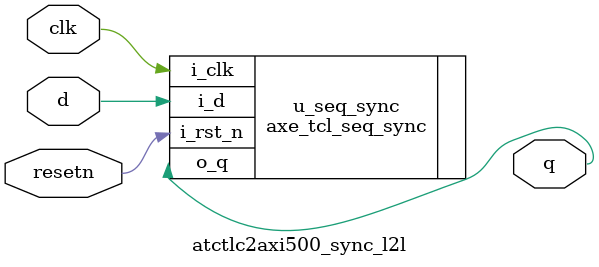
<source format=sv>

module atctlc2axi500_sync_l2l (
  resetn,
  clk,
  d,
  q
);
  parameter SYNC_STAGE = 2;
  parameter RESET_VALUE = 1'b0;

  input resetn;
  input clk;
  input d;
  output q;

  axe_tcl_seq_sync #(
    .SyncStages(SYNC_STAGE),
    .ResetValue(RESET_VALUE)
  ) u_seq_sync (
    .i_clk(clk),
    .i_rst_n(resetn),
    .i_d(d),
    .o_q(q)
  );

endmodule

</source>
